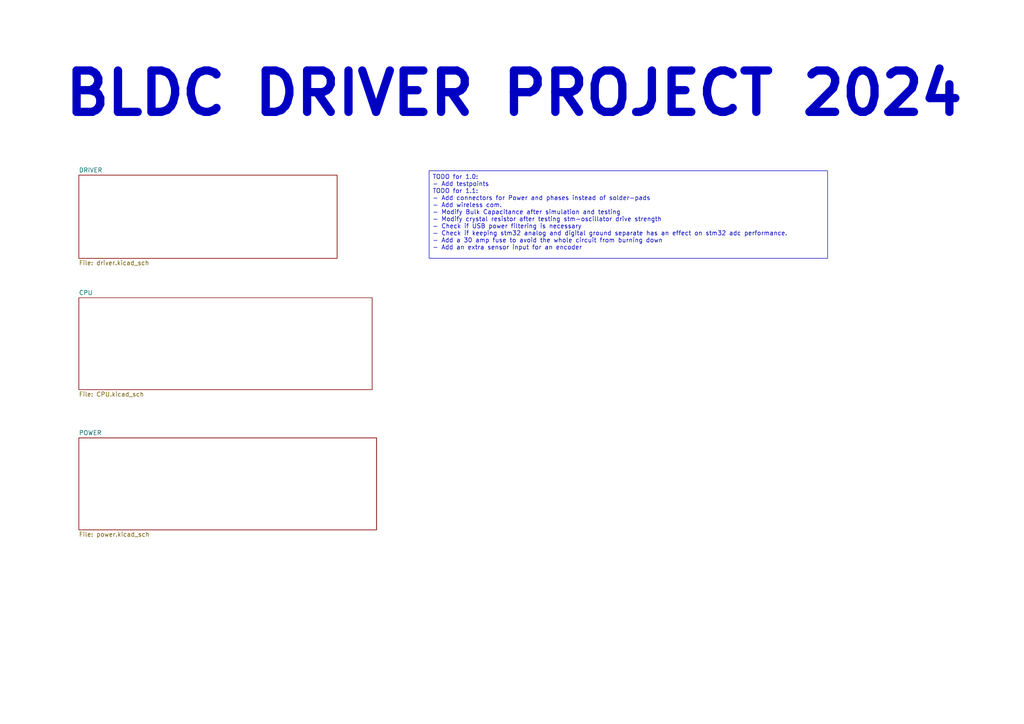
<source format=kicad_sch>
(kicad_sch
	(version 20231120)
	(generator "eeschema")
	(generator_version "8.0")
	(uuid "91e2f46a-700b-4d7a-a06a-22469f63223f")
	(paper "A4")
	(title_block
		(title "BLDC Driver Project")
		(rev "1.0")
		(company "IW")
	)
	(lib_symbols)
	(text_box "TODO for 1.0:\n- Add testpoints\nTODO for 1.1:\n- Add connectors for Power and phases instead of solder-pads\n- Add wireless com.\n- Modify Bulk Capacitance after simulation and testing\n- Modify crystal resistor after testing stm-oscillator drive strength\n- Check if USB power filtering is necessary\n- Check if keeping stm32 analog and digital ground separate has an effect on stm32 adc performance.\n- Add a 30 amp fuse to avoid the whole circuit from burning down\n- Add an extra sensor input for an encoder"
		(exclude_from_sim no)
		(at 124.46 49.53 0)
		(size 115.57 25.4)
		(stroke
			(width 0)
			(type default)
		)
		(fill
			(type none)
		)
		(effects
			(font
				(size 1.27 1.27)
			)
			(justify left top)
		)
		(uuid "db0ea187-8e51-49b6-9096-9ccd09bb87b6")
	)
	(text "BLDC DRIVER PROJECT 2024"
		(exclude_from_sim no)
		(at 17.78 34.29 0)
		(effects
			(font
				(size 12 12)
				(thickness 2.4)
				(bold yes)
			)
			(justify left bottom)
		)
		(uuid "2068865f-2588-46ab-97f3-99cb1e6f8371")
	)
	(sheet
		(at 22.86 127)
		(size 86.36 26.67)
		(fields_autoplaced yes)
		(stroke
			(width 0.1524)
			(type solid)
		)
		(fill
			(color 0 0 0 0.0000)
		)
		(uuid "53dc30ee-9af6-4771-8676-c78726df5d90")
		(property "Sheetname" "POWER"
			(at 22.86 126.2884 0)
			(effects
				(font
					(size 1.27 1.27)
				)
				(justify left bottom)
			)
		)
		(property "Sheetfile" "power.kicad_sch"
			(at 22.86 154.2546 0)
			(effects
				(font
					(size 1.27 1.27)
				)
				(justify left top)
			)
		)
		(instances
			(project "bldc_project"
				(path "/91e2f46a-700b-4d7a-a06a-22469f63223f"
					(page "4")
				)
			)
		)
	)
	(sheet
		(at 22.86 86.36)
		(size 85.09 26.67)
		(fields_autoplaced yes)
		(stroke
			(width 0.1524)
			(type solid)
		)
		(fill
			(color 0 0 0 0.0000)
		)
		(uuid "7eb1e86b-8a48-408f-b231-0c52f4ea1971")
		(property "Sheetname" "CPU"
			(at 22.86 85.6484 0)
			(effects
				(font
					(size 1.27 1.27)
				)
				(justify left bottom)
			)
		)
		(property "Sheetfile" "CPU.kicad_sch"
			(at 22.86 113.6146 0)
			(effects
				(font
					(size 1.27 1.27)
				)
				(justify left top)
			)
		)
		(instances
			(project "bldc_project"
				(path "/91e2f46a-700b-4d7a-a06a-22469f63223f"
					(page "3")
				)
			)
		)
	)
	(sheet
		(at 22.86 50.8)
		(size 74.93 24.13)
		(fields_autoplaced yes)
		(stroke
			(width 0.1524)
			(type solid)
		)
		(fill
			(color 0 0 0 0.0000)
		)
		(uuid "7f7e17e0-7d73-4fbb-9112-49949fae378a")
		(property "Sheetname" "DRIVER"
			(at 22.86 50.0884 0)
			(effects
				(font
					(size 1.27 1.27)
				)
				(justify left bottom)
			)
		)
		(property "Sheetfile" "driver.kicad_sch"
			(at 22.86 75.5146 0)
			(effects
				(font
					(size 1.27 1.27)
				)
				(justify left top)
			)
		)
		(instances
			(project "bldc_project"
				(path "/91e2f46a-700b-4d7a-a06a-22469f63223f"
					(page "2")
				)
			)
		)
	)
	(sheet_instances
		(path "/"
			(page "1")
		)
	)
)

</source>
